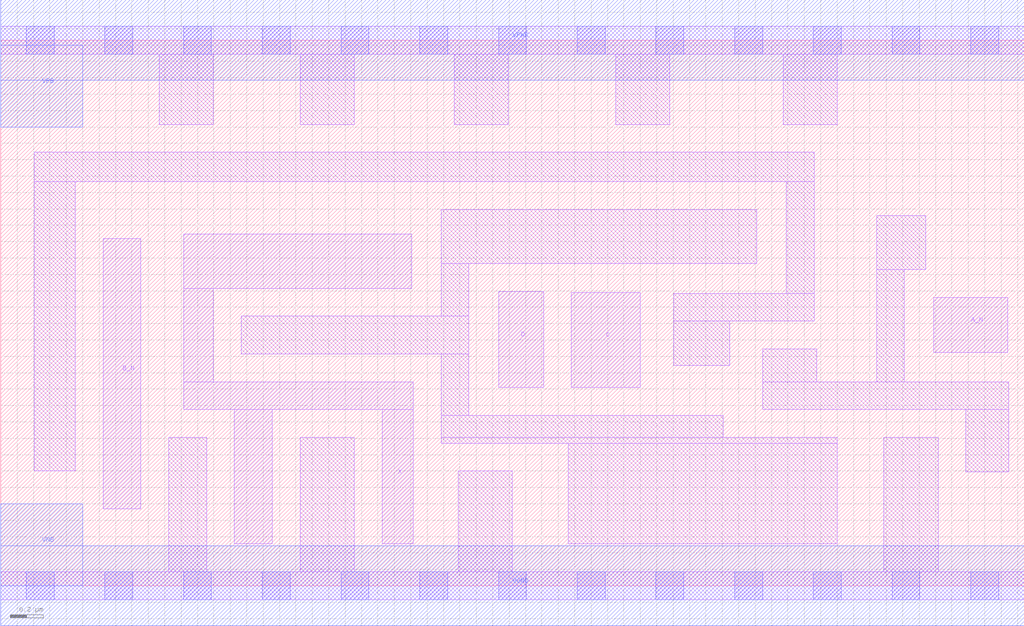
<source format=lef>
# Copyright 2020 The SkyWater PDK Authors
#
# Licensed under the Apache License, Version 2.0 (the "License");
# you may not use this file except in compliance with the License.
# You may obtain a copy of the License at
#
#     https://www.apache.org/licenses/LICENSE-2.0
#
# Unless required by applicable law or agreed to in writing, software
# distributed under the License is distributed on an "AS IS" BASIS,
# WITHOUT WARRANTIES OR CONDITIONS OF ANY KIND, either express or implied.
# See the License for the specific language governing permissions and
# limitations under the License.
#
# SPDX-License-Identifier: Apache-2.0

VERSION 5.5 ;
NAMESCASESENSITIVE ON ;
BUSBITCHARS "[]" ;
DIVIDERCHAR "/" ;
MACRO sky130_fd_sc_lp__and4bb_4
  CLASS CORE ;
  SOURCE USER ;
  ORIGIN  0.000000  0.000000 ;
  SIZE  6.240000 BY  3.330000 ;
  SYMMETRY X Y R90 ;
  SITE unit ;
  PIN A_N
    ANTENNAGATEAREA  0.126000 ;
    DIRECTION INPUT ;
    USE SIGNAL ;
    PORT
      LAYER li1 ;
        RECT 5.690000 1.425000 6.140000 1.760000 ;
    END
  END A_N
  PIN B_N
    ANTENNAGATEAREA  0.126000 ;
    DIRECTION INPUT ;
    USE SIGNAL ;
    PORT
      LAYER li1 ;
        RECT 0.625000 0.470000 0.855000 2.120000 ;
    END
  END B_N
  PIN C
    ANTENNAGATEAREA  0.315000 ;
    DIRECTION INPUT ;
    USE SIGNAL ;
    PORT
      LAYER li1 ;
        RECT 3.480000 1.210000 3.900000 1.790000 ;
    END
  END C
  PIN D
    ANTENNAGATEAREA  0.315000 ;
    DIRECTION INPUT ;
    USE SIGNAL ;
    PORT
      LAYER li1 ;
        RECT 3.035000 1.210000 3.310000 1.795000 ;
    END
  END D
  PIN X
    ANTENNADIFFAREA  1.176000 ;
    DIRECTION OUTPUT ;
    USE SIGNAL ;
    PORT
      LAYER li1 ;
        RECT 1.115000 1.075000 2.515000 1.245000 ;
        RECT 1.115000 1.245000 1.295000 1.815000 ;
        RECT 1.115000 1.815000 2.505000 2.145000 ;
        RECT 1.425000 0.255000 1.655000 1.075000 ;
        RECT 2.325000 0.255000 2.515000 1.075000 ;
    END
  END X
  PIN VGND
    DIRECTION INOUT ;
    USE GROUND ;
    PORT
      LAYER met1 ;
        RECT 0.000000 -0.245000 6.240000 0.245000 ;
    END
  END VGND
  PIN VNB
    DIRECTION INOUT ;
    USE GROUND ;
    PORT
    END
  END VNB
  PIN VPB
    DIRECTION INOUT ;
    USE POWER ;
    PORT
    END
  END VPB
  PIN VNB
    DIRECTION INOUT ;
    USE GROUND ;
    PORT
      LAYER met1 ;
        RECT 0.000000 0.000000 0.500000 0.500000 ;
    END
  END VNB
  PIN VPB
    DIRECTION INOUT ;
    USE POWER ;
    PORT
      LAYER met1 ;
        RECT 0.000000 2.800000 0.500000 3.300000 ;
    END
  END VPB
  PIN VPWR
    DIRECTION INOUT ;
    USE POWER ;
    PORT
      LAYER met1 ;
        RECT 0.000000 3.085000 6.240000 3.575000 ;
    END
  END VPWR
  OBS
    LAYER li1 ;
      RECT 0.000000 -0.085000 6.240000 0.085000 ;
      RECT 0.000000  3.245000 6.240000 3.415000 ;
      RECT 0.205000  0.700000 0.455000 2.465000 ;
      RECT 0.205000  2.465000 4.960000 2.645000 ;
      RECT 0.965000  2.815000 1.295000 3.245000 ;
      RECT 1.025000  0.085000 1.255000 0.905000 ;
      RECT 1.465000  1.415000 2.855000 1.645000 ;
      RECT 1.825000  0.085000 2.155000 0.905000 ;
      RECT 1.825000  2.815000 2.155000 3.245000 ;
      RECT 2.685000  0.870000 5.100000 0.905000 ;
      RECT 2.685000  0.905000 4.405000 1.040000 ;
      RECT 2.685000  1.040000 2.855000 1.415000 ;
      RECT 2.685000  1.645000 2.855000 1.965000 ;
      RECT 2.685000  1.965000 4.610000 2.295000 ;
      RECT 2.765000  2.815000 3.095000 3.245000 ;
      RECT 2.790000  0.085000 3.120000 0.700000 ;
      RECT 3.460000  0.255000 5.100000 0.870000 ;
      RECT 3.750000  2.815000 4.080000 3.245000 ;
      RECT 4.105000  1.345000 4.445000 1.615000 ;
      RECT 4.105000  1.615000 4.960000 1.785000 ;
      RECT 4.645000  1.075000 6.145000 1.245000 ;
      RECT 4.645000  1.245000 4.975000 1.445000 ;
      RECT 4.770000  2.815000 5.100000 3.245000 ;
      RECT 4.790000  1.785000 4.960000 2.465000 ;
      RECT 5.340000  1.245000 5.510000 1.930000 ;
      RECT 5.340000  1.930000 5.640000 2.260000 ;
      RECT 5.385000  0.085000 5.715000 0.905000 ;
      RECT 5.885000  0.695000 6.145000 1.075000 ;
    LAYER mcon ;
      RECT 0.155000 -0.085000 0.325000 0.085000 ;
      RECT 0.155000  3.245000 0.325000 3.415000 ;
      RECT 0.635000 -0.085000 0.805000 0.085000 ;
      RECT 0.635000  3.245000 0.805000 3.415000 ;
      RECT 1.115000 -0.085000 1.285000 0.085000 ;
      RECT 1.115000  3.245000 1.285000 3.415000 ;
      RECT 1.595000 -0.085000 1.765000 0.085000 ;
      RECT 1.595000  3.245000 1.765000 3.415000 ;
      RECT 2.075000 -0.085000 2.245000 0.085000 ;
      RECT 2.075000  3.245000 2.245000 3.415000 ;
      RECT 2.555000 -0.085000 2.725000 0.085000 ;
      RECT 2.555000  3.245000 2.725000 3.415000 ;
      RECT 3.035000 -0.085000 3.205000 0.085000 ;
      RECT 3.035000  3.245000 3.205000 3.415000 ;
      RECT 3.515000 -0.085000 3.685000 0.085000 ;
      RECT 3.515000  3.245000 3.685000 3.415000 ;
      RECT 3.995000 -0.085000 4.165000 0.085000 ;
      RECT 3.995000  3.245000 4.165000 3.415000 ;
      RECT 4.475000 -0.085000 4.645000 0.085000 ;
      RECT 4.475000  3.245000 4.645000 3.415000 ;
      RECT 4.955000 -0.085000 5.125000 0.085000 ;
      RECT 4.955000  3.245000 5.125000 3.415000 ;
      RECT 5.435000 -0.085000 5.605000 0.085000 ;
      RECT 5.435000  3.245000 5.605000 3.415000 ;
      RECT 5.915000 -0.085000 6.085000 0.085000 ;
      RECT 5.915000  3.245000 6.085000 3.415000 ;
  END
END sky130_fd_sc_lp__and4bb_4
END LIBRARY

</source>
